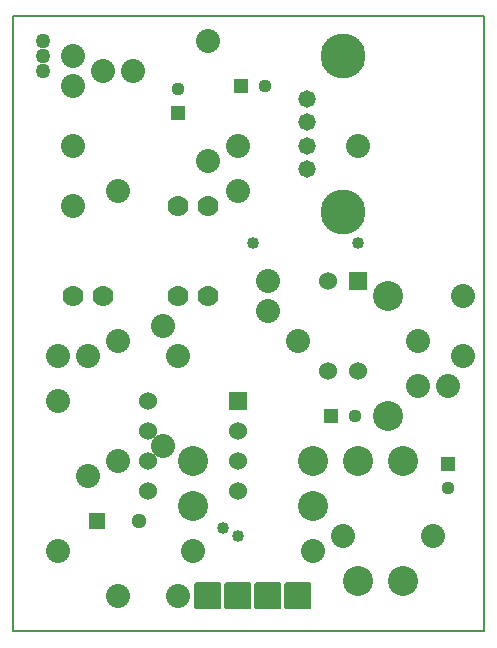
<source format=gbr>
G04 PROTEUS GERBER X2 FILE*
%TF.GenerationSoftware,Labcenter,Proteus,8.5-SP0-Build22067*%
%TF.CreationDate,2019-11-03T13:44:13+00:00*%
%TF.FileFunction,Soldermask,Bot*%
%TF.FilePolarity,Negative*%
%TF.Part,Single*%
%FSLAX45Y45*%
%MOMM*%
G01*
%TA.AperFunction,Material*%
%ADD30C,1.016000*%
%AMPPAD025*
4,1,36,
-1.016000,1.143000,
1.016000,1.143000,
1.041970,1.140470,
1.065980,1.133200,
1.087580,1.121650,
1.106290,1.106290,
1.121650,1.087570,
1.133200,1.065980,
1.140470,1.041970,
1.143000,1.016000,
1.143000,-1.016000,
1.140470,-1.041970,
1.133200,-1.065980,
1.121650,-1.087570,
1.106290,-1.106290,
1.087580,-1.121650,
1.065980,-1.133200,
1.041970,-1.140470,
1.016000,-1.143000,
-1.016000,-1.143000,
-1.041970,-1.140470,
-1.065980,-1.133200,
-1.087580,-1.121650,
-1.106290,-1.106290,
-1.121650,-1.087570,
-1.133200,-1.065980,
-1.140470,-1.041970,
-1.143000,-1.016000,
-1.143000,1.016000,
-1.140470,1.041970,
-1.133200,1.065980,
-1.121650,1.087570,
-1.106290,1.106290,
-1.087580,1.121650,
-1.065980,1.133200,
-1.041970,1.140470,
-1.016000,1.143000,
0*%
%ADD31PPAD025*%
%AMPPAD026*
4,1,4,
-0.640000,0.640000,
0.640000,0.640000,
0.640000,-0.640000,
-0.640000,-0.640000,
-0.640000,0.640000,
0*%
%ADD32PPAD026*%
%ADD33C,1.280000*%
%ADD34C,1.473200*%
%ADD35C,3.810000*%
%ADD36C,2.032000*%
%ADD37C,2.540000*%
%AMPPAD032*
4,1,4,
0.560000,0.560000,
0.560000,-0.560000,
-0.560000,-0.560000,
-0.560000,0.560000,
0.560000,0.560000,
0*%
%ADD38PPAD032*%
%ADD39C,1.120000*%
%AMPPAD035*
4,1,36,
-0.762000,0.635000,
-0.762000,-0.635000,
-0.759470,-0.660970,
-0.752200,-0.684980,
-0.740650,-0.706580,
-0.725290,-0.725290,
-0.706570,-0.740650,
-0.684980,-0.752200,
-0.660970,-0.759470,
-0.635000,-0.762000,
0.635000,-0.762000,
0.660970,-0.759470,
0.684980,-0.752200,
0.706570,-0.740650,
0.725290,-0.725290,
0.740650,-0.706580,
0.752200,-0.684980,
0.759470,-0.660970,
0.762000,-0.635000,
0.762000,0.635000,
0.759470,0.660970,
0.752200,0.684980,
0.740650,0.706580,
0.725290,0.725290,
0.706570,0.740650,
0.684980,0.752200,
0.660970,0.759470,
0.635000,0.762000,
-0.635000,0.762000,
-0.660970,0.759470,
-0.684980,0.752200,
-0.706570,0.740650,
-0.725290,0.725290,
-0.740650,0.706580,
-0.752200,0.684980,
-0.759470,0.660970,
-0.762000,0.635000,
0*%
%ADD41PPAD035*%
%ADD42C,1.524000*%
%AMPPAD037*
4,1,36,
0.635000,-0.762000,
-0.635000,-0.762000,
-0.660970,-0.759470,
-0.684980,-0.752200,
-0.706580,-0.740650,
-0.725290,-0.725290,
-0.740650,-0.706570,
-0.752200,-0.684980,
-0.759470,-0.660970,
-0.762000,-0.635000,
-0.762000,0.635000,
-0.759470,0.660970,
-0.752200,0.684980,
-0.740650,0.706570,
-0.725290,0.725290,
-0.706580,0.740650,
-0.684980,0.752200,
-0.660970,0.759470,
-0.635000,0.762000,
0.635000,0.762000,
0.660970,0.759470,
0.684980,0.752200,
0.706580,0.740650,
0.725290,0.725290,
0.740650,0.706570,
0.752200,0.684980,
0.759470,0.660970,
0.762000,0.635000,
0.762000,-0.635000,
0.759470,-0.660970,
0.752200,-0.684980,
0.740650,-0.706570,
0.725290,-0.725290,
0.706580,-0.740650,
0.684980,-0.752200,
0.660970,-0.759470,
0.635000,-0.762000,
0*%
%ADD43PPAD037*%
%ADD44C,1.270000*%
%ADD45C,1.778000*%
%TA.AperFunction,Profile*%
%ADD25C,0.203200*%
D30*
X+0Y-1778000D03*
X-127000Y-1714500D03*
X+1016000Y+698500D03*
X+127000Y+698500D03*
D31*
X-254000Y-2286000D03*
X+0Y-2286000D03*
X+254000Y-2286000D03*
X+508000Y-2286000D03*
D32*
X-1191000Y-1651000D03*
D33*
X-841000Y-1651000D03*
D34*
X+581660Y+1924000D03*
X+581660Y+1724000D03*
X+581660Y+1524000D03*
X+581660Y+1324000D03*
D35*
X+889000Y+2284400D03*
X+889000Y+963600D03*
D36*
X-381000Y-1905000D03*
X+635000Y-1905000D03*
D37*
X+635000Y-1143000D03*
X-381000Y-1143000D03*
X+635000Y-1524000D03*
X-381000Y-1524000D03*
X+1016000Y-2159000D03*
X+1016000Y-1143000D03*
X+1397000Y-2159000D03*
X+1397000Y-1143000D03*
D36*
X-1270000Y-254000D03*
X-1270000Y-1270000D03*
X-1016000Y-127000D03*
X-1016000Y-1143000D03*
X-635000Y+0D03*
X-635000Y-1016000D03*
X+1905000Y-254000D03*
X+1905000Y+254000D03*
X-1016000Y-2286000D03*
X-508000Y-2286000D03*
D38*
X+1778000Y-1170000D03*
D39*
X+1778000Y-1370000D03*
D38*
X+789000Y-762000D03*
D39*
X+989000Y-762000D03*
D36*
X+1524000Y-508000D03*
X+1778000Y-508000D03*
D38*
X+27000Y+2032000D03*
D39*
X+227000Y+2032000D03*
D36*
X+254000Y+127000D03*
X+254000Y+381000D03*
X-1143000Y+2159000D03*
X-889000Y+2159000D03*
X-1524000Y-1905000D03*
X-1524000Y-635000D03*
X+508000Y-127000D03*
X+1524000Y-127000D03*
D38*
X-508000Y+1805000D03*
D39*
X-508000Y+2005000D03*
D37*
X+1270000Y+254000D03*
X+1270000Y-762000D03*
D36*
X+1651000Y-1778000D03*
X+889000Y-1778000D03*
X-1397000Y+1524000D03*
X-1397000Y+2286000D03*
D41*
X+0Y-635000D03*
D42*
X+0Y-889000D03*
X+0Y-1143000D03*
X+0Y-1397000D03*
X-762000Y-1397000D03*
X-762000Y-1143000D03*
X-762000Y-889000D03*
X-762000Y-635000D03*
D36*
X-508000Y-254000D03*
X-1524000Y-254000D03*
X+1016000Y+1524000D03*
X+0Y+1524000D03*
X+0Y+1143000D03*
X-1016000Y+1143000D03*
X-254000Y+2413000D03*
X-254000Y+1397000D03*
X-1397000Y+2032000D03*
X-1397000Y+1016000D03*
D43*
X+1016000Y+381000D03*
D42*
X+762000Y+381000D03*
X+762000Y-381000D03*
X+1016000Y-381000D03*
D44*
X-1651000Y+2159000D03*
X-1651000Y+2286000D03*
X-1651000Y+2413000D03*
D45*
X-508000Y+1016000D03*
X-254000Y+1016000D03*
X-1143000Y+254000D03*
X-1397000Y+254000D03*
X-254000Y+254000D03*
X-508000Y+254000D03*
D25*
X-1904000Y-2587000D02*
X+2085000Y-2587000D01*
X+2085000Y+2620000D01*
X-1904000Y+2620000D01*
X-1904000Y-2587000D01*
M02*

</source>
